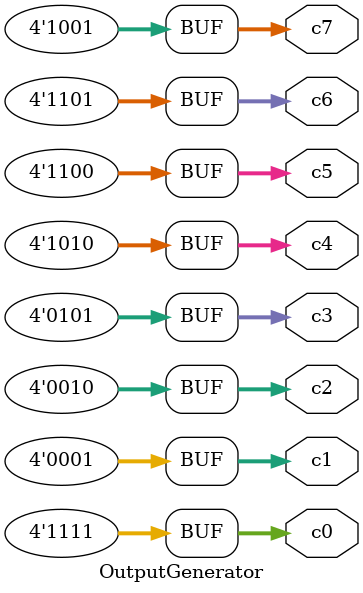
<source format=v>
`timescale 1ns / 1ps


module OutputGenerator(c0, c1, c2, c3, c4, c5, c6, c7);
    output [3:0] c0, c1, c2, c3, c4, c5, c6, c7;
    assign c0 = 4'hf;
    assign c1 = 4'h1;
    assign c2 = 4'h2;
    assign c3 = 4'h5;
    assign c4 = 4'ha;
    assign c5 = 4'hc;
    assign c6 = 4'hd;
    assign c7 = 4'h9;
    
    //input set, reset;
    
    //SRLatch srLatch0(.set(set), .reset(reset), .q(c0[0]));
endmodule

</source>
